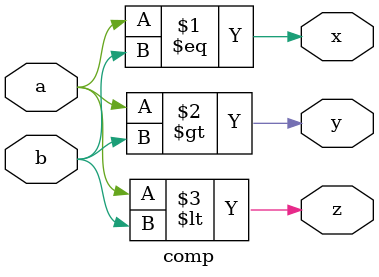
<source format=v>
module comp(input a,b,output x,y,z);
assign x=(a==b);
assign y=(a>b);
assign z=(a<b);
endmodule

</source>
